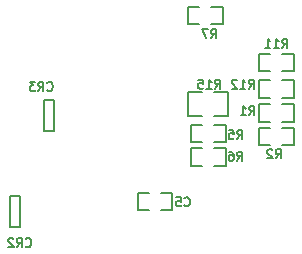
<source format=gbo>
G04 #@! TF.FileFunction,Legend,Bot*
%FSLAX46Y46*%
G04 Gerber Fmt 4.6, Leading zero omitted, Abs format (unit mm)*
G04 Created by KiCad (PCBNEW (2015-06-05 BZR 5717)-product) date Fri 31 Jul 2015 19:12:08 PDT*
%MOMM*%
G01*
G04 APERTURE LIST*
%ADD10C,0.100000*%
%ADD11C,0.152400*%
%ADD12C,0.150000*%
G04 APERTURE END LIST*
D10*
D11*
X147505380Y-95529760D02*
X148455000Y-95529760D01*
X146504620Y-95529760D02*
X145555000Y-95529760D01*
X147505380Y-96970240D02*
X148455000Y-96970240D01*
X145555000Y-96970240D02*
X146504620Y-96970240D01*
X148455000Y-96970240D02*
X148455000Y-95529760D01*
X145555000Y-95529760D02*
X145555000Y-96970240D01*
X134698000Y-98429600D02*
X135558000Y-98429600D01*
X134698000Y-95826100D02*
X135558000Y-95826100D01*
X135558000Y-98429600D02*
X135558000Y-95826100D01*
X134698000Y-95826100D02*
X134698000Y-98429600D01*
X138430000Y-87700000D02*
X137570000Y-87700000D01*
X138430000Y-90303500D02*
X137570000Y-90303500D01*
X137570000Y-87700000D02*
X137570000Y-90303500D01*
X138430000Y-90303500D02*
X138430000Y-87700000D01*
X156754620Y-89488500D02*
X155770000Y-89488500D01*
X155770000Y-89488500D02*
X155770000Y-88011500D01*
X155770000Y-88011500D02*
X156754620Y-88011500D01*
X158730000Y-89488500D02*
X157755380Y-89488500D01*
X158730000Y-89488500D02*
X158730000Y-88011500D01*
X158730000Y-88011500D02*
X157755380Y-88011500D01*
X156754620Y-91488500D02*
X155770000Y-91488500D01*
X155770000Y-91488500D02*
X155770000Y-90011500D01*
X155770000Y-90011500D02*
X156754620Y-90011500D01*
X158730000Y-91488500D02*
X157755380Y-91488500D01*
X158730000Y-91488500D02*
X158730000Y-90011500D01*
X158730000Y-90011500D02*
X157755380Y-90011500D01*
X151995380Y-89761500D02*
X152980000Y-89761500D01*
X152980000Y-89761500D02*
X152980000Y-91238500D01*
X152980000Y-91238500D02*
X151995380Y-91238500D01*
X150020000Y-89761500D02*
X150994620Y-89761500D01*
X150020000Y-89761500D02*
X150020000Y-91238500D01*
X150020000Y-91238500D02*
X150994620Y-91238500D01*
X151995380Y-91761500D02*
X152980000Y-91761500D01*
X152980000Y-91761500D02*
X152980000Y-93238500D01*
X152980000Y-93238500D02*
X151995380Y-93238500D01*
X150020000Y-91761500D02*
X150994620Y-91761500D01*
X150020000Y-91761500D02*
X150020000Y-93238500D01*
X150020000Y-93238500D02*
X150994620Y-93238500D01*
X151745380Y-79761500D02*
X152730000Y-79761500D01*
X152730000Y-79761500D02*
X152730000Y-81238500D01*
X152730000Y-81238500D02*
X151745380Y-81238500D01*
X149770000Y-79761500D02*
X150744620Y-79761500D01*
X149770000Y-79761500D02*
X149770000Y-81238500D01*
X149770000Y-81238500D02*
X150744620Y-81238500D01*
X156754620Y-85238500D02*
X155770000Y-85238500D01*
X155770000Y-85238500D02*
X155770000Y-83761500D01*
X155770000Y-83761500D02*
X156754620Y-83761500D01*
X158730000Y-85238500D02*
X157755380Y-85238500D01*
X158730000Y-85238500D02*
X158730000Y-83761500D01*
X158730000Y-83761500D02*
X157755380Y-83761500D01*
X156754620Y-87488500D02*
X155770000Y-87488500D01*
X155770000Y-87488500D02*
X155770000Y-86011500D01*
X155770000Y-86011500D02*
X156754620Y-86011500D01*
X158730000Y-87488500D02*
X157755380Y-87488500D01*
X158730000Y-87488500D02*
X158730000Y-86011500D01*
X158730000Y-86011500D02*
X157755380Y-86011500D01*
X151002000Y-87015000D02*
X149810000Y-87015000D01*
X149810000Y-87015000D02*
X149810000Y-88985000D01*
X149810000Y-88985000D02*
X151002000Y-88985000D01*
X152018000Y-88985000D02*
X153200000Y-88985000D01*
X153200000Y-88985000D02*
X153200000Y-87015000D01*
D12*
X153200000Y-87015000D02*
X152018000Y-87015000D01*
D11*
X149479000Y-96588943D02*
X149515286Y-96625229D01*
X149624143Y-96661514D01*
X149696714Y-96661514D01*
X149805571Y-96625229D01*
X149878143Y-96552657D01*
X149914428Y-96480086D01*
X149950714Y-96334943D01*
X149950714Y-96226086D01*
X149914428Y-96080943D01*
X149878143Y-96008371D01*
X149805571Y-95935800D01*
X149696714Y-95899514D01*
X149624143Y-95899514D01*
X149515286Y-95935800D01*
X149479000Y-95972086D01*
X148789571Y-95899514D02*
X149152428Y-95899514D01*
X149188714Y-96262371D01*
X149152428Y-96226086D01*
X149079857Y-96189800D01*
X148898428Y-96189800D01*
X148825857Y-96226086D01*
X148789571Y-96262371D01*
X148753286Y-96334943D01*
X148753286Y-96516371D01*
X148789571Y-96588943D01*
X148825857Y-96625229D01*
X148898428Y-96661514D01*
X149079857Y-96661514D01*
X149152428Y-96625229D01*
X149188714Y-96588943D01*
X136042400Y-100043343D02*
X136078686Y-100079629D01*
X136187543Y-100115914D01*
X136260114Y-100115914D01*
X136368971Y-100079629D01*
X136441543Y-100007057D01*
X136477828Y-99934486D01*
X136514114Y-99789343D01*
X136514114Y-99680486D01*
X136477828Y-99535343D01*
X136441543Y-99462771D01*
X136368971Y-99390200D01*
X136260114Y-99353914D01*
X136187543Y-99353914D01*
X136078686Y-99390200D01*
X136042400Y-99426486D01*
X135280400Y-100115914D02*
X135534400Y-99753057D01*
X135715828Y-100115914D02*
X135715828Y-99353914D01*
X135425543Y-99353914D01*
X135352971Y-99390200D01*
X135316686Y-99426486D01*
X135280400Y-99499057D01*
X135280400Y-99607914D01*
X135316686Y-99680486D01*
X135352971Y-99716771D01*
X135425543Y-99753057D01*
X135715828Y-99753057D01*
X134990114Y-99426486D02*
X134953828Y-99390200D01*
X134881257Y-99353914D01*
X134699828Y-99353914D01*
X134627257Y-99390200D01*
X134590971Y-99426486D01*
X134554686Y-99499057D01*
X134554686Y-99571629D01*
X134590971Y-99680486D01*
X135026400Y-100115914D01*
X134554686Y-100115914D01*
X137871200Y-86835343D02*
X137907486Y-86871629D01*
X138016343Y-86907914D01*
X138088914Y-86907914D01*
X138197771Y-86871629D01*
X138270343Y-86799057D01*
X138306628Y-86726486D01*
X138342914Y-86581343D01*
X138342914Y-86472486D01*
X138306628Y-86327343D01*
X138270343Y-86254771D01*
X138197771Y-86182200D01*
X138088914Y-86145914D01*
X138016343Y-86145914D01*
X137907486Y-86182200D01*
X137871200Y-86218486D01*
X137109200Y-86907914D02*
X137363200Y-86545057D01*
X137544628Y-86907914D02*
X137544628Y-86145914D01*
X137254343Y-86145914D01*
X137181771Y-86182200D01*
X137145486Y-86218486D01*
X137109200Y-86291057D01*
X137109200Y-86399914D01*
X137145486Y-86472486D01*
X137181771Y-86508771D01*
X137254343Y-86545057D01*
X137544628Y-86545057D01*
X136855200Y-86145914D02*
X136383486Y-86145914D01*
X136637486Y-86436200D01*
X136528628Y-86436200D01*
X136456057Y-86472486D01*
X136419771Y-86508771D01*
X136383486Y-86581343D01*
X136383486Y-86762771D01*
X136419771Y-86835343D01*
X136456057Y-86871629D01*
X136528628Y-86907914D01*
X136746343Y-86907914D01*
X136818914Y-86871629D01*
X136855200Y-86835343D01*
X154965400Y-88939914D02*
X155219400Y-88577057D01*
X155400828Y-88939914D02*
X155400828Y-88177914D01*
X155110543Y-88177914D01*
X155037971Y-88214200D01*
X155001686Y-88250486D01*
X154965400Y-88323057D01*
X154965400Y-88431914D01*
X155001686Y-88504486D01*
X155037971Y-88540771D01*
X155110543Y-88577057D01*
X155400828Y-88577057D01*
X154239686Y-88939914D02*
X154675114Y-88939914D01*
X154457400Y-88939914D02*
X154457400Y-88177914D01*
X154529971Y-88286771D01*
X154602543Y-88359343D01*
X154675114Y-88395629D01*
X157200600Y-92597514D02*
X157454600Y-92234657D01*
X157636028Y-92597514D02*
X157636028Y-91835514D01*
X157345743Y-91835514D01*
X157273171Y-91871800D01*
X157236886Y-91908086D01*
X157200600Y-91980657D01*
X157200600Y-92089514D01*
X157236886Y-92162086D01*
X157273171Y-92198371D01*
X157345743Y-92234657D01*
X157636028Y-92234657D01*
X156910314Y-91908086D02*
X156874028Y-91871800D01*
X156801457Y-91835514D01*
X156620028Y-91835514D01*
X156547457Y-91871800D01*
X156511171Y-91908086D01*
X156474886Y-91980657D01*
X156474886Y-92053229D01*
X156511171Y-92162086D01*
X156946600Y-92597514D01*
X156474886Y-92597514D01*
X153949400Y-90971914D02*
X154203400Y-90609057D01*
X154384828Y-90971914D02*
X154384828Y-90209914D01*
X154094543Y-90209914D01*
X154021971Y-90246200D01*
X153985686Y-90282486D01*
X153949400Y-90355057D01*
X153949400Y-90463914D01*
X153985686Y-90536486D01*
X154021971Y-90572771D01*
X154094543Y-90609057D01*
X154384828Y-90609057D01*
X153259971Y-90209914D02*
X153622828Y-90209914D01*
X153659114Y-90572771D01*
X153622828Y-90536486D01*
X153550257Y-90500200D01*
X153368828Y-90500200D01*
X153296257Y-90536486D01*
X153259971Y-90572771D01*
X153223686Y-90645343D01*
X153223686Y-90826771D01*
X153259971Y-90899343D01*
X153296257Y-90935629D01*
X153368828Y-90971914D01*
X153550257Y-90971914D01*
X153622828Y-90935629D01*
X153659114Y-90899343D01*
X153949400Y-92800714D02*
X154203400Y-92437857D01*
X154384828Y-92800714D02*
X154384828Y-92038714D01*
X154094543Y-92038714D01*
X154021971Y-92075000D01*
X153985686Y-92111286D01*
X153949400Y-92183857D01*
X153949400Y-92292714D01*
X153985686Y-92365286D01*
X154021971Y-92401571D01*
X154094543Y-92437857D01*
X154384828Y-92437857D01*
X153296257Y-92038714D02*
X153441400Y-92038714D01*
X153513971Y-92075000D01*
X153550257Y-92111286D01*
X153622828Y-92220143D01*
X153659114Y-92365286D01*
X153659114Y-92655571D01*
X153622828Y-92728143D01*
X153586543Y-92764429D01*
X153513971Y-92800714D01*
X153368828Y-92800714D01*
X153296257Y-92764429D01*
X153259971Y-92728143D01*
X153223686Y-92655571D01*
X153223686Y-92474143D01*
X153259971Y-92401571D01*
X153296257Y-92365286D01*
X153368828Y-92329000D01*
X153513971Y-92329000D01*
X153586543Y-92365286D01*
X153622828Y-92401571D01*
X153659114Y-92474143D01*
X151714200Y-82437514D02*
X151968200Y-82074657D01*
X152149628Y-82437514D02*
X152149628Y-81675514D01*
X151859343Y-81675514D01*
X151786771Y-81711800D01*
X151750486Y-81748086D01*
X151714200Y-81820657D01*
X151714200Y-81929514D01*
X151750486Y-82002086D01*
X151786771Y-82038371D01*
X151859343Y-82074657D01*
X152149628Y-82074657D01*
X151460200Y-81675514D02*
X150952200Y-81675514D01*
X151278771Y-82437514D01*
X157766657Y-83250314D02*
X158020657Y-82887457D01*
X158202085Y-83250314D02*
X158202085Y-82488314D01*
X157911800Y-82488314D01*
X157839228Y-82524600D01*
X157802943Y-82560886D01*
X157766657Y-82633457D01*
X157766657Y-82742314D01*
X157802943Y-82814886D01*
X157839228Y-82851171D01*
X157911800Y-82887457D01*
X158202085Y-82887457D01*
X157040943Y-83250314D02*
X157476371Y-83250314D01*
X157258657Y-83250314D02*
X157258657Y-82488314D01*
X157331228Y-82597171D01*
X157403800Y-82669743D01*
X157476371Y-82706029D01*
X156315229Y-83250314D02*
X156750657Y-83250314D01*
X156532943Y-83250314D02*
X156532943Y-82488314D01*
X156605514Y-82597171D01*
X156678086Y-82669743D01*
X156750657Y-82706029D01*
X154921857Y-86704714D02*
X155175857Y-86341857D01*
X155357285Y-86704714D02*
X155357285Y-85942714D01*
X155067000Y-85942714D01*
X154994428Y-85979000D01*
X154958143Y-86015286D01*
X154921857Y-86087857D01*
X154921857Y-86196714D01*
X154958143Y-86269286D01*
X154994428Y-86305571D01*
X155067000Y-86341857D01*
X155357285Y-86341857D01*
X154196143Y-86704714D02*
X154631571Y-86704714D01*
X154413857Y-86704714D02*
X154413857Y-85942714D01*
X154486428Y-86051571D01*
X154559000Y-86124143D01*
X154631571Y-86160429D01*
X153905857Y-86015286D02*
X153869571Y-85979000D01*
X153797000Y-85942714D01*
X153615571Y-85942714D01*
X153543000Y-85979000D01*
X153506714Y-86015286D01*
X153470429Y-86087857D01*
X153470429Y-86160429D01*
X153506714Y-86269286D01*
X153942143Y-86704714D01*
X153470429Y-86704714D01*
X152077057Y-86704714D02*
X152331057Y-86341857D01*
X152512485Y-86704714D02*
X152512485Y-85942714D01*
X152222200Y-85942714D01*
X152149628Y-85979000D01*
X152113343Y-86015286D01*
X152077057Y-86087857D01*
X152077057Y-86196714D01*
X152113343Y-86269286D01*
X152149628Y-86305571D01*
X152222200Y-86341857D01*
X152512485Y-86341857D01*
X151351343Y-86704714D02*
X151786771Y-86704714D01*
X151569057Y-86704714D02*
X151569057Y-85942714D01*
X151641628Y-86051571D01*
X151714200Y-86124143D01*
X151786771Y-86160429D01*
X150661914Y-85942714D02*
X151024771Y-85942714D01*
X151061057Y-86305571D01*
X151024771Y-86269286D01*
X150952200Y-86233000D01*
X150770771Y-86233000D01*
X150698200Y-86269286D01*
X150661914Y-86305571D01*
X150625629Y-86378143D01*
X150625629Y-86559571D01*
X150661914Y-86632143D01*
X150698200Y-86668429D01*
X150770771Y-86704714D01*
X150952200Y-86704714D01*
X151024771Y-86668429D01*
X151061057Y-86632143D01*
M02*

</source>
